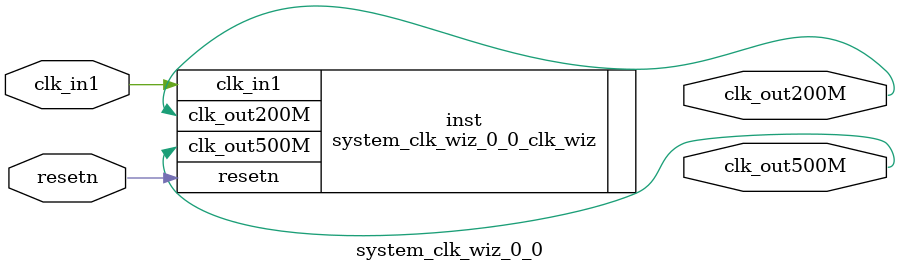
<source format=v>


`timescale 1ps/1ps

(* CORE_GENERATION_INFO = "system_clk_wiz_0_0,clk_wiz_v5_4_3_0,{component_name=system_clk_wiz_0_0,use_phase_alignment=true,use_min_o_jitter=false,use_max_i_jitter=false,use_dyn_phase_shift=false,use_inclk_switchover=false,use_dyn_reconfig=false,enable_axi=0,feedback_source=FDBK_AUTO,PRIMITIVE=MMCM,num_out_clk=2,clkin1_period=10.000,clkin2_period=10.000,use_power_down=false,use_reset=true,use_locked=false,use_inclk_stopped=false,feedback_type=SINGLE,CLOCK_MGR_TYPE=NA,manual_override=false}" *)

module system_clk_wiz_0_0 
 (
  // Clock out ports
  output        clk_out200M,
  output        clk_out500M,
  // Status and control signals
  input         resetn,
 // Clock in ports
  input         clk_in1
 );

  system_clk_wiz_0_0_clk_wiz inst
  (
  // Clock out ports  
  .clk_out200M(clk_out200M),
  .clk_out500M(clk_out500M),
  // Status and control signals               
  .resetn(resetn), 
 // Clock in ports
  .clk_in1(clk_in1)
  );

endmodule

</source>
